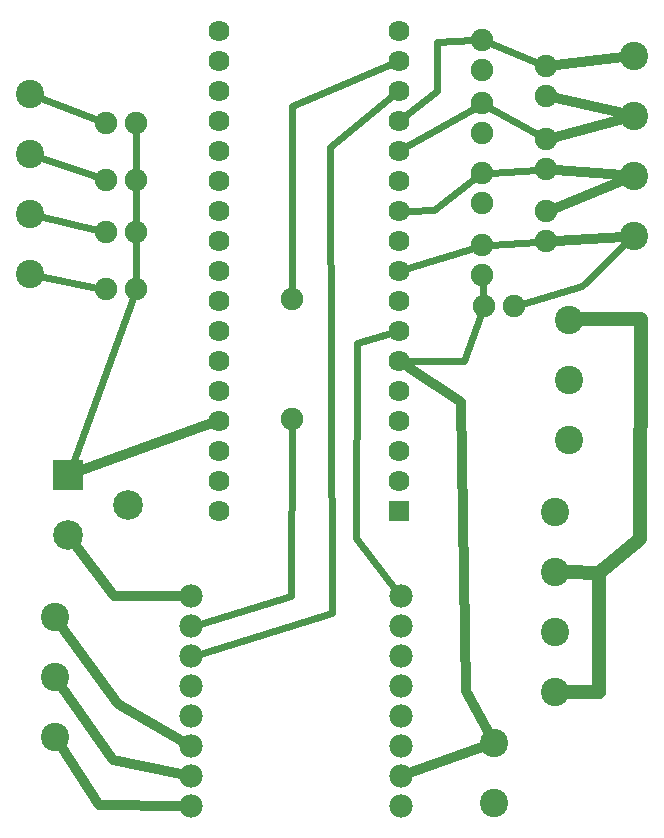
<source format=gtl>
G04 MADE WITH FRITZING*
G04 WWW.FRITZING.ORG*
G04 DOUBLE SIDED*
G04 HOLES PLATED*
G04 CONTOUR ON CENTER OF CONTOUR VECTOR*
%ASAXBY*%
%FSLAX23Y23*%
%MOIN*%
%OFA0B0*%
%SFA1.0B1.0*%
%ADD10C,0.094488*%
%ADD11C,0.075000*%
%ADD12C,0.077701*%
%ADD13C,0.070555*%
%ADD14C,0.070583*%
%ADD15C,0.099000*%
%ADD16R,0.070570X0.070542*%
%ADD17R,0.099000X0.099000*%
%ADD18C,0.024000*%
%ADD19C,0.032000*%
%ADD20C,0.048000*%
%ADD21R,0.001000X0.001000*%
%LNCOPPER1*%
G90*
G70*
G54D10*
X239Y714D03*
X239Y514D03*
X239Y314D03*
X1906Y1066D03*
X1906Y866D03*
X1906Y666D03*
X1906Y466D03*
X1703Y294D03*
X1703Y94D03*
X2170Y2586D03*
X2170Y2386D03*
X2170Y2186D03*
X2170Y1986D03*
X157Y1859D03*
X157Y2059D03*
X157Y2259D03*
X157Y2459D03*
G54D11*
X1030Y1776D03*
X1030Y1376D03*
G54D12*
X694Y784D03*
X694Y684D03*
X694Y584D03*
X694Y484D03*
X694Y384D03*
X694Y284D03*
X694Y184D03*
X694Y84D03*
X1393Y784D03*
X1393Y684D03*
X1393Y584D03*
X1393Y484D03*
X1393Y384D03*
X1393Y284D03*
X1393Y184D03*
X1393Y84D03*
G54D13*
X1387Y1070D03*
X1387Y1170D03*
X1387Y1270D03*
X1387Y1370D03*
X1387Y1470D03*
X1387Y1570D03*
X1387Y1670D03*
X1387Y1770D03*
X1387Y1870D03*
G54D14*
X1387Y1970D03*
X1387Y2070D03*
X1387Y2170D03*
G54D13*
X1387Y2270D03*
X1387Y2370D03*
G54D14*
X1387Y2470D03*
X1387Y2570D03*
X1387Y2670D03*
G54D13*
X787Y1070D03*
X787Y1170D03*
X787Y1270D03*
X787Y1370D03*
X787Y1470D03*
X787Y1570D03*
X787Y1870D03*
G54D14*
X787Y1970D03*
G54D13*
X787Y1770D03*
X787Y1670D03*
G54D14*
X787Y2070D03*
X787Y2170D03*
G54D13*
X787Y2270D03*
X787Y2370D03*
G54D14*
X787Y2470D03*
X787Y2570D03*
X787Y2670D03*
G54D15*
X285Y989D03*
X285Y1189D03*
X485Y1089D03*
G54D10*
X1953Y1706D03*
X1953Y1506D03*
X1953Y1306D03*
G54D11*
X409Y1807D03*
X509Y1807D03*
X409Y1997D03*
X509Y1997D03*
X409Y2173D03*
X509Y2173D03*
X409Y2363D03*
X509Y2363D03*
X1670Y1751D03*
X1770Y1751D03*
X1877Y1968D03*
X1877Y2068D03*
X1877Y2207D03*
X1877Y2307D03*
X1877Y2452D03*
X1877Y2552D03*
X1664Y1854D03*
X1664Y1954D03*
X1664Y2094D03*
X1664Y2194D03*
X1664Y2327D03*
X1664Y2427D03*
X1664Y2540D03*
X1664Y2640D03*
G54D16*
X1387Y1070D03*
G54D17*
X285Y1189D03*
G54D18*
X509Y1969D02*
X509Y1836D01*
G54D19*
D02*
X386Y88D02*
X259Y284D01*
D02*
X450Y426D02*
X260Y685D01*
D02*
X435Y240D02*
X260Y485D01*
D02*
X664Y302D02*
X450Y426D01*
D02*
X660Y191D02*
X435Y240D01*
D02*
X659Y85D02*
X386Y88D01*
G54D18*
D02*
X1030Y2417D02*
X1030Y1805D01*
D02*
X1360Y2558D02*
X1030Y2417D01*
G54D20*
D02*
X2055Y863D02*
X1948Y865D01*
D02*
X2189Y974D02*
X2055Y863D01*
D02*
X2195Y1709D02*
X2189Y974D01*
D02*
X1995Y1707D02*
X2195Y1709D01*
G54D18*
D02*
X1026Y785D02*
X722Y692D01*
D02*
X1162Y730D02*
X722Y593D01*
G54D19*
D02*
X438Y785D02*
X665Y784D01*
D02*
X304Y963D02*
X438Y785D01*
G54D18*
D02*
X1156Y2283D02*
X1162Y730D01*
D02*
X1364Y2451D02*
X1156Y2283D01*
D02*
X1030Y1348D02*
X1026Y785D01*
G54D19*
D02*
X2134Y2188D02*
X1911Y2205D01*
D02*
X1910Y2316D02*
X2135Y2376D01*
D02*
X2135Y2394D02*
X1910Y2444D01*
D02*
X1911Y2556D02*
X2134Y2581D01*
D02*
X1611Y469D02*
X1593Y1431D01*
D02*
X1593Y1431D02*
X1416Y1550D01*
D02*
X1689Y322D02*
X1611Y469D01*
D02*
X320Y1201D02*
X754Y1358D01*
G54D20*
D02*
X2054Y465D02*
X1937Y466D01*
G54D18*
D02*
X509Y2334D02*
X509Y2202D01*
D02*
X509Y2145D02*
X509Y2026D01*
D02*
X187Y1853D02*
X381Y1813D01*
D02*
X499Y1780D02*
X296Y1218D01*
D02*
X1996Y1820D02*
X1798Y1759D01*
D02*
X2148Y1964D02*
X1996Y1820D01*
G54D19*
D02*
X2134Y1983D02*
X1911Y1970D01*
D02*
X1909Y2080D02*
X2136Y2172D01*
G54D18*
D02*
X1603Y1567D02*
X1417Y1569D01*
D02*
X1660Y1724D02*
X1603Y1567D01*
D02*
X185Y2448D02*
X382Y2373D01*
D02*
X186Y2249D02*
X382Y2182D01*
D02*
X187Y2052D02*
X381Y2004D01*
G54D19*
D02*
X1674Y284D02*
X1421Y194D01*
G54D18*
D02*
X1513Y2470D02*
X1410Y2388D01*
D02*
X1512Y2632D02*
X1513Y2470D01*
D02*
X1635Y2638D02*
X1512Y2632D01*
D02*
X1639Y2413D02*
X1413Y2284D01*
D02*
X1503Y2072D02*
X1417Y2070D01*
D02*
X1641Y2177D02*
X1503Y2072D01*
D02*
X1636Y1946D02*
X1416Y1878D01*
D02*
X1246Y1627D02*
X1243Y977D01*
D02*
X1359Y1661D02*
X1246Y1627D01*
D02*
X1243Y977D02*
X1375Y807D01*
D02*
X1666Y1826D02*
X1668Y1780D01*
D02*
X1850Y2563D02*
X1690Y2629D01*
D02*
X1852Y2321D02*
X1689Y2413D01*
D02*
X1692Y2196D02*
X1848Y2206D01*
D02*
X1848Y1966D02*
X1692Y1956D01*
G54D21*
X2049Y887D02*
X2059Y887D01*
X2046Y886D02*
X2062Y886D01*
X2044Y885D02*
X2064Y885D01*
X2042Y884D02*
X2066Y884D01*
X2040Y883D02*
X2067Y883D01*
X2039Y882D02*
X2069Y882D01*
X2038Y881D02*
X2070Y881D01*
X2037Y880D02*
X2071Y880D01*
X2036Y879D02*
X2072Y879D01*
X2035Y878D02*
X2072Y878D01*
X2034Y877D02*
X2073Y877D01*
X2034Y876D02*
X2074Y876D01*
X2033Y875D02*
X2074Y875D01*
X2033Y874D02*
X2075Y874D01*
X2032Y873D02*
X2075Y873D01*
X2032Y872D02*
X2076Y872D01*
X2032Y871D02*
X2076Y871D01*
X2031Y870D02*
X2076Y870D01*
X2031Y869D02*
X2077Y869D01*
X2031Y868D02*
X2077Y868D01*
X2031Y867D02*
X2077Y867D01*
X2030Y866D02*
X2077Y866D01*
X2030Y865D02*
X2077Y865D01*
X2030Y864D02*
X2077Y864D01*
X2030Y863D02*
X2077Y863D01*
X2030Y862D02*
X2077Y862D01*
X2030Y861D02*
X2077Y861D01*
X2030Y860D02*
X2077Y860D01*
X2030Y859D02*
X2077Y859D01*
X2030Y858D02*
X2077Y858D01*
X2030Y857D02*
X2077Y857D01*
X2030Y856D02*
X2077Y856D01*
X2030Y855D02*
X2077Y855D01*
X2030Y854D02*
X2077Y854D01*
X2030Y853D02*
X2077Y853D01*
X2030Y852D02*
X2077Y852D01*
X2030Y851D02*
X2077Y851D01*
X2030Y850D02*
X2077Y850D01*
X2030Y849D02*
X2077Y849D01*
X2030Y848D02*
X2077Y848D01*
X2030Y847D02*
X2077Y847D01*
X2030Y846D02*
X2077Y846D01*
X2030Y845D02*
X2077Y845D01*
X2030Y844D02*
X2077Y844D01*
X2030Y843D02*
X2077Y843D01*
X2030Y842D02*
X2077Y842D01*
X2030Y841D02*
X2077Y841D01*
X2030Y840D02*
X2077Y840D01*
X2030Y839D02*
X2077Y839D01*
X2030Y838D02*
X2077Y838D01*
X2030Y837D02*
X2077Y837D01*
X2030Y836D02*
X2077Y836D01*
X2030Y835D02*
X2077Y835D01*
X2030Y834D02*
X2077Y834D01*
X2030Y833D02*
X2077Y833D01*
X2030Y832D02*
X2077Y832D01*
X2030Y831D02*
X2077Y831D01*
X2030Y830D02*
X2077Y830D01*
X2030Y829D02*
X2077Y829D01*
X2030Y828D02*
X2077Y828D01*
X2030Y827D02*
X2077Y827D01*
X2030Y826D02*
X2077Y826D01*
X2030Y825D02*
X2077Y825D01*
X2030Y824D02*
X2077Y824D01*
X2030Y823D02*
X2077Y823D01*
X2030Y822D02*
X2077Y822D01*
X2030Y821D02*
X2077Y821D01*
X2030Y820D02*
X2077Y820D01*
X2030Y819D02*
X2077Y819D01*
X2030Y818D02*
X2077Y818D01*
X2030Y817D02*
X2077Y817D01*
X2030Y816D02*
X2077Y816D01*
X2030Y815D02*
X2077Y815D01*
X2030Y814D02*
X2077Y814D01*
X2030Y813D02*
X2077Y813D01*
X2030Y812D02*
X2077Y812D01*
X2030Y811D02*
X2077Y811D01*
X2030Y810D02*
X2077Y810D01*
X2030Y809D02*
X2077Y809D01*
X2030Y808D02*
X2077Y808D01*
X2030Y807D02*
X2077Y807D01*
X2030Y806D02*
X2077Y806D01*
X2030Y805D02*
X2077Y805D01*
X2030Y804D02*
X2077Y804D01*
X2030Y803D02*
X2077Y803D01*
X2030Y802D02*
X2077Y802D01*
X2030Y801D02*
X2077Y801D01*
X2030Y800D02*
X2077Y800D01*
X2030Y799D02*
X2077Y799D01*
X2030Y798D02*
X2077Y798D01*
X2030Y797D02*
X2077Y797D01*
X2030Y796D02*
X2077Y796D01*
X2030Y795D02*
X2077Y795D01*
X2030Y794D02*
X2077Y794D01*
X2030Y793D02*
X2077Y793D01*
X2030Y792D02*
X2077Y792D01*
X2030Y791D02*
X2077Y791D01*
X2030Y790D02*
X2077Y790D01*
X2030Y789D02*
X2077Y789D01*
X2030Y788D02*
X2077Y788D01*
X2030Y787D02*
X2077Y787D01*
X2030Y786D02*
X2077Y786D01*
X2030Y785D02*
X2077Y785D01*
X2030Y784D02*
X2077Y784D01*
X2030Y783D02*
X2077Y783D01*
X2030Y782D02*
X2077Y782D01*
X2030Y781D02*
X2077Y781D01*
X2030Y780D02*
X2077Y780D01*
X2030Y779D02*
X2077Y779D01*
X2030Y778D02*
X2077Y778D01*
X2030Y777D02*
X2077Y777D01*
X2030Y776D02*
X2077Y776D01*
X2030Y775D02*
X2077Y775D01*
X2030Y774D02*
X2077Y774D01*
X2030Y773D02*
X2077Y773D01*
X2030Y772D02*
X2077Y772D01*
X2030Y771D02*
X2077Y771D01*
X2030Y770D02*
X2077Y770D01*
X2030Y769D02*
X2077Y769D01*
X2030Y768D02*
X2077Y768D01*
X2030Y767D02*
X2077Y767D01*
X2030Y766D02*
X2077Y766D01*
X2030Y765D02*
X2077Y765D01*
X2030Y764D02*
X2077Y764D01*
X2030Y763D02*
X2077Y763D01*
X2030Y762D02*
X2077Y762D01*
X2030Y761D02*
X2077Y761D01*
X2030Y760D02*
X2077Y760D01*
X2030Y759D02*
X2077Y759D01*
X2030Y758D02*
X2077Y758D01*
X2030Y757D02*
X2077Y757D01*
X2030Y756D02*
X2077Y756D01*
X2030Y755D02*
X2077Y755D01*
X2030Y754D02*
X2077Y754D01*
X2030Y753D02*
X2077Y753D01*
X2030Y752D02*
X2077Y752D01*
X2030Y751D02*
X2077Y751D01*
X2030Y750D02*
X2077Y750D01*
X2030Y749D02*
X2077Y749D01*
X2030Y748D02*
X2077Y748D01*
X2030Y747D02*
X2077Y747D01*
X2030Y746D02*
X2077Y746D01*
X2030Y745D02*
X2077Y745D01*
X2030Y744D02*
X2077Y744D01*
X2030Y743D02*
X2077Y743D01*
X2030Y742D02*
X2077Y742D01*
X2030Y741D02*
X2077Y741D01*
X2030Y740D02*
X2077Y740D01*
X2030Y739D02*
X2077Y739D01*
X2030Y738D02*
X2077Y738D01*
X2030Y737D02*
X2077Y737D01*
X2030Y736D02*
X2077Y736D01*
X2030Y735D02*
X2077Y735D01*
X2030Y734D02*
X2077Y734D01*
X2030Y733D02*
X2077Y733D01*
X2030Y732D02*
X2077Y732D01*
X2030Y731D02*
X2077Y731D01*
X2030Y730D02*
X2077Y730D01*
X2030Y729D02*
X2077Y729D01*
X2030Y728D02*
X2077Y728D01*
X2030Y727D02*
X2077Y727D01*
X2030Y726D02*
X2077Y726D01*
X2030Y725D02*
X2077Y725D01*
X2030Y724D02*
X2077Y724D01*
X2030Y723D02*
X2077Y723D01*
X2030Y722D02*
X2077Y722D01*
X2030Y721D02*
X2077Y721D01*
X2030Y720D02*
X2077Y720D01*
X2030Y719D02*
X2077Y719D01*
X2030Y718D02*
X2077Y718D01*
X2030Y717D02*
X2077Y717D01*
X2030Y716D02*
X2077Y716D01*
X2030Y715D02*
X2077Y715D01*
X2030Y714D02*
X2077Y714D01*
X2030Y713D02*
X2077Y713D01*
X2030Y712D02*
X2077Y712D01*
X2030Y711D02*
X2077Y711D01*
X2030Y710D02*
X2077Y710D01*
X2030Y709D02*
X2077Y709D01*
X2030Y708D02*
X2077Y708D01*
X2030Y707D02*
X2077Y707D01*
X2030Y706D02*
X2077Y706D01*
X2030Y705D02*
X2077Y705D01*
X2030Y704D02*
X2077Y704D01*
X2030Y703D02*
X2077Y703D01*
X2030Y702D02*
X2077Y702D01*
X2030Y701D02*
X2077Y701D01*
X2030Y700D02*
X2077Y700D01*
X2030Y699D02*
X2077Y699D01*
X2030Y698D02*
X2077Y698D01*
X2030Y697D02*
X2077Y697D01*
X2030Y696D02*
X2077Y696D01*
X2030Y695D02*
X2077Y695D01*
X2030Y694D02*
X2077Y694D01*
X2030Y693D02*
X2077Y693D01*
X2030Y692D02*
X2077Y692D01*
X2030Y691D02*
X2077Y691D01*
X2030Y690D02*
X2077Y690D01*
X2030Y689D02*
X2077Y689D01*
X2030Y688D02*
X2077Y688D01*
X2030Y687D02*
X2077Y687D01*
X2030Y686D02*
X2077Y686D01*
X2030Y685D02*
X2077Y685D01*
X2030Y684D02*
X2077Y684D01*
X2030Y683D02*
X2077Y683D01*
X2030Y682D02*
X2077Y682D01*
X2030Y681D02*
X2077Y681D01*
X2030Y680D02*
X2077Y680D01*
X2030Y679D02*
X2077Y679D01*
X2030Y678D02*
X2077Y678D01*
X2030Y677D02*
X2077Y677D01*
X2030Y676D02*
X2077Y676D01*
X2030Y675D02*
X2077Y675D01*
X2030Y674D02*
X2077Y674D01*
X2030Y673D02*
X2077Y673D01*
X2030Y672D02*
X2077Y672D01*
X2030Y671D02*
X2077Y671D01*
X2030Y670D02*
X2077Y670D01*
X2030Y669D02*
X2077Y669D01*
X2030Y668D02*
X2077Y668D01*
X2030Y667D02*
X2077Y667D01*
X2030Y666D02*
X2077Y666D01*
X2030Y665D02*
X2077Y665D01*
X2030Y664D02*
X2077Y664D01*
X2030Y663D02*
X2077Y663D01*
X2030Y662D02*
X2077Y662D01*
X2030Y661D02*
X2077Y661D01*
X2030Y660D02*
X2077Y660D01*
X2030Y659D02*
X2077Y659D01*
X2030Y658D02*
X2077Y658D01*
X2030Y657D02*
X2077Y657D01*
X2030Y656D02*
X2077Y656D01*
X2030Y655D02*
X2077Y655D01*
X2030Y654D02*
X2077Y654D01*
X2030Y653D02*
X2077Y653D01*
X2030Y652D02*
X2077Y652D01*
X2030Y651D02*
X2077Y651D01*
X2030Y650D02*
X2077Y650D01*
X2030Y649D02*
X2077Y649D01*
X2030Y648D02*
X2077Y648D01*
X2030Y647D02*
X2077Y647D01*
X2030Y646D02*
X2077Y646D01*
X2030Y645D02*
X2077Y645D01*
X2030Y644D02*
X2077Y644D01*
X2030Y643D02*
X2077Y643D01*
X2030Y642D02*
X2077Y642D01*
X2030Y641D02*
X2077Y641D01*
X2030Y640D02*
X2077Y640D01*
X2030Y639D02*
X2077Y639D01*
X2030Y638D02*
X2077Y638D01*
X2030Y637D02*
X2077Y637D01*
X2030Y636D02*
X2077Y636D01*
X2030Y635D02*
X2077Y635D01*
X2030Y634D02*
X2077Y634D01*
X2030Y633D02*
X2077Y633D01*
X2030Y632D02*
X2077Y632D01*
X2030Y631D02*
X2077Y631D01*
X2030Y630D02*
X2077Y630D01*
X2030Y629D02*
X2077Y629D01*
X2030Y628D02*
X2077Y628D01*
X2030Y627D02*
X2077Y627D01*
X2030Y626D02*
X2077Y626D01*
X2030Y625D02*
X2077Y625D01*
X2030Y624D02*
X2077Y624D01*
X2030Y623D02*
X2077Y623D01*
X2030Y622D02*
X2077Y622D01*
X2030Y621D02*
X2077Y621D01*
X2030Y620D02*
X2077Y620D01*
X2030Y619D02*
X2077Y619D01*
X2030Y618D02*
X2077Y618D01*
X2030Y617D02*
X2077Y617D01*
X2030Y616D02*
X2077Y616D01*
X2030Y615D02*
X2077Y615D01*
X2030Y614D02*
X2077Y614D01*
X2030Y613D02*
X2077Y613D01*
X2030Y612D02*
X2077Y612D01*
X2030Y611D02*
X2077Y611D01*
X2030Y610D02*
X2077Y610D01*
X2030Y609D02*
X2077Y609D01*
X2030Y608D02*
X2077Y608D01*
X2030Y607D02*
X2077Y607D01*
X2030Y606D02*
X2077Y606D01*
X2030Y605D02*
X2077Y605D01*
X2030Y604D02*
X2077Y604D01*
X2030Y603D02*
X2077Y603D01*
X2030Y602D02*
X2077Y602D01*
X2030Y601D02*
X2077Y601D01*
X2030Y600D02*
X2077Y600D01*
X2030Y599D02*
X2077Y599D01*
X2030Y598D02*
X2077Y598D01*
X2030Y597D02*
X2077Y597D01*
X2030Y596D02*
X2077Y596D01*
X2030Y595D02*
X2077Y595D01*
X2030Y594D02*
X2077Y594D01*
X2030Y593D02*
X2077Y593D01*
X2030Y592D02*
X2077Y592D01*
X2030Y591D02*
X2077Y591D01*
X2030Y590D02*
X2077Y590D01*
X2030Y589D02*
X2077Y589D01*
X2030Y588D02*
X2077Y588D01*
X2030Y587D02*
X2077Y587D01*
X2030Y586D02*
X2077Y586D01*
X2030Y585D02*
X2077Y585D01*
X2030Y584D02*
X2077Y584D01*
X2030Y583D02*
X2077Y583D01*
X2030Y582D02*
X2077Y582D01*
X2030Y581D02*
X2077Y581D01*
X2030Y580D02*
X2077Y580D01*
X2030Y579D02*
X2077Y579D01*
X2030Y578D02*
X2077Y578D01*
X2030Y577D02*
X2077Y577D01*
X2030Y576D02*
X2077Y576D01*
X2030Y575D02*
X2077Y575D01*
X2030Y574D02*
X2077Y574D01*
X2030Y573D02*
X2077Y573D01*
X2030Y572D02*
X2077Y572D01*
X2030Y571D02*
X2077Y571D01*
X2030Y570D02*
X2077Y570D01*
X2030Y569D02*
X2077Y569D01*
X2030Y568D02*
X2077Y568D01*
X2030Y567D02*
X2077Y567D01*
X2030Y566D02*
X2077Y566D01*
X2030Y565D02*
X2077Y565D01*
X2030Y564D02*
X2077Y564D01*
X2030Y563D02*
X2077Y563D01*
X2030Y562D02*
X2077Y562D01*
X2030Y561D02*
X2077Y561D01*
X2030Y560D02*
X2077Y560D01*
X2030Y559D02*
X2077Y559D01*
X2030Y558D02*
X2077Y558D01*
X2030Y557D02*
X2077Y557D01*
X2030Y556D02*
X2077Y556D01*
X2030Y555D02*
X2077Y555D01*
X2030Y554D02*
X2077Y554D01*
X2030Y553D02*
X2077Y553D01*
X2030Y552D02*
X2077Y552D01*
X2030Y551D02*
X2077Y551D01*
X2030Y550D02*
X2077Y550D01*
X2030Y549D02*
X2077Y549D01*
X2030Y548D02*
X2077Y548D01*
X2030Y547D02*
X2077Y547D01*
X2030Y546D02*
X2077Y546D01*
X2030Y545D02*
X2077Y545D01*
X2030Y544D02*
X2077Y544D01*
X2030Y543D02*
X2077Y543D01*
X2030Y542D02*
X2077Y542D01*
X2030Y541D02*
X2077Y541D01*
X2030Y540D02*
X2077Y540D01*
X2030Y539D02*
X2077Y539D01*
X2030Y538D02*
X2077Y538D01*
X2030Y537D02*
X2077Y537D01*
X2030Y536D02*
X2077Y536D01*
X2030Y535D02*
X2077Y535D01*
X2030Y534D02*
X2077Y534D01*
X2030Y533D02*
X2077Y533D01*
X2030Y532D02*
X2077Y532D01*
X2030Y531D02*
X2077Y531D01*
X2030Y530D02*
X2077Y530D01*
X2030Y529D02*
X2077Y529D01*
X2030Y528D02*
X2077Y528D01*
X2030Y527D02*
X2077Y527D01*
X2030Y526D02*
X2077Y526D01*
X2030Y525D02*
X2077Y525D01*
X2030Y524D02*
X2077Y524D01*
X2030Y523D02*
X2077Y523D01*
X2030Y522D02*
X2077Y522D01*
X2030Y521D02*
X2077Y521D01*
X2030Y520D02*
X2077Y520D01*
X2030Y519D02*
X2077Y519D01*
X2030Y518D02*
X2077Y518D01*
X2030Y517D02*
X2077Y517D01*
X2030Y516D02*
X2077Y516D01*
X2030Y515D02*
X2077Y515D01*
X2030Y514D02*
X2077Y514D01*
X2030Y513D02*
X2077Y513D01*
X2030Y512D02*
X2077Y512D01*
X2030Y511D02*
X2077Y511D01*
X2030Y510D02*
X2077Y510D01*
X2030Y509D02*
X2077Y509D01*
X2030Y508D02*
X2077Y508D01*
X2030Y507D02*
X2077Y507D01*
X2030Y506D02*
X2077Y506D01*
X2030Y505D02*
X2077Y505D01*
X2030Y504D02*
X2077Y504D01*
X2030Y503D02*
X2077Y503D01*
X2030Y502D02*
X2077Y502D01*
X2030Y501D02*
X2077Y501D01*
X2030Y500D02*
X2077Y500D01*
X2030Y499D02*
X2077Y499D01*
X2030Y498D02*
X2077Y498D01*
X2030Y497D02*
X2077Y497D01*
X2030Y496D02*
X2077Y496D01*
X2030Y495D02*
X2077Y495D01*
X2030Y494D02*
X2077Y494D01*
X2030Y493D02*
X2077Y493D01*
X2030Y492D02*
X2077Y492D01*
X2030Y491D02*
X2077Y491D01*
X2030Y490D02*
X2077Y490D01*
X2030Y489D02*
X2077Y489D01*
X2030Y488D02*
X2077Y488D01*
X2030Y487D02*
X2077Y487D01*
X2030Y486D02*
X2077Y486D01*
X2030Y485D02*
X2077Y485D01*
X2030Y484D02*
X2077Y484D01*
X2030Y483D02*
X2077Y483D01*
X2030Y482D02*
X2077Y482D01*
X2030Y481D02*
X2077Y481D01*
X2030Y480D02*
X2077Y480D01*
X2030Y479D02*
X2077Y479D01*
X2030Y478D02*
X2077Y478D01*
X2030Y477D02*
X2077Y477D01*
X2030Y476D02*
X2077Y476D01*
X2030Y475D02*
X2077Y475D01*
X2030Y474D02*
X2077Y474D01*
X2030Y473D02*
X2077Y473D01*
X2030Y472D02*
X2077Y472D01*
X2030Y471D02*
X2077Y471D01*
X2030Y470D02*
X2077Y470D01*
X2030Y469D02*
X2077Y469D01*
X2030Y468D02*
X2077Y468D01*
X2030Y467D02*
X2077Y467D01*
X2030Y466D02*
X2077Y466D01*
X2030Y465D02*
X2077Y465D01*
X2030Y464D02*
X2077Y464D01*
X2030Y463D02*
X2076Y463D01*
X2030Y462D02*
X2076Y462D01*
X2030Y461D02*
X2076Y461D01*
X2030Y460D02*
X2076Y460D01*
X2030Y459D02*
X2076Y459D01*
X2031Y458D02*
X2075Y458D01*
X2031Y457D02*
X2075Y457D01*
X2031Y456D02*
X2075Y456D01*
X2032Y455D02*
X2074Y455D01*
X2032Y454D02*
X2074Y454D01*
X2033Y453D02*
X2073Y453D01*
X2033Y452D02*
X2073Y452D01*
X2034Y451D02*
X2072Y451D01*
X2035Y450D02*
X2071Y450D01*
X2036Y449D02*
X2070Y449D01*
X2037Y448D02*
X2069Y448D01*
X2038Y447D02*
X2068Y447D01*
X2039Y446D02*
X2067Y446D01*
X2040Y445D02*
X2066Y445D01*
X2042Y444D02*
X2064Y444D01*
X2044Y443D02*
X2062Y443D01*
X2047Y442D02*
X2059Y442D01*
D02*
G04 End of Copper1*
M02*
</source>
